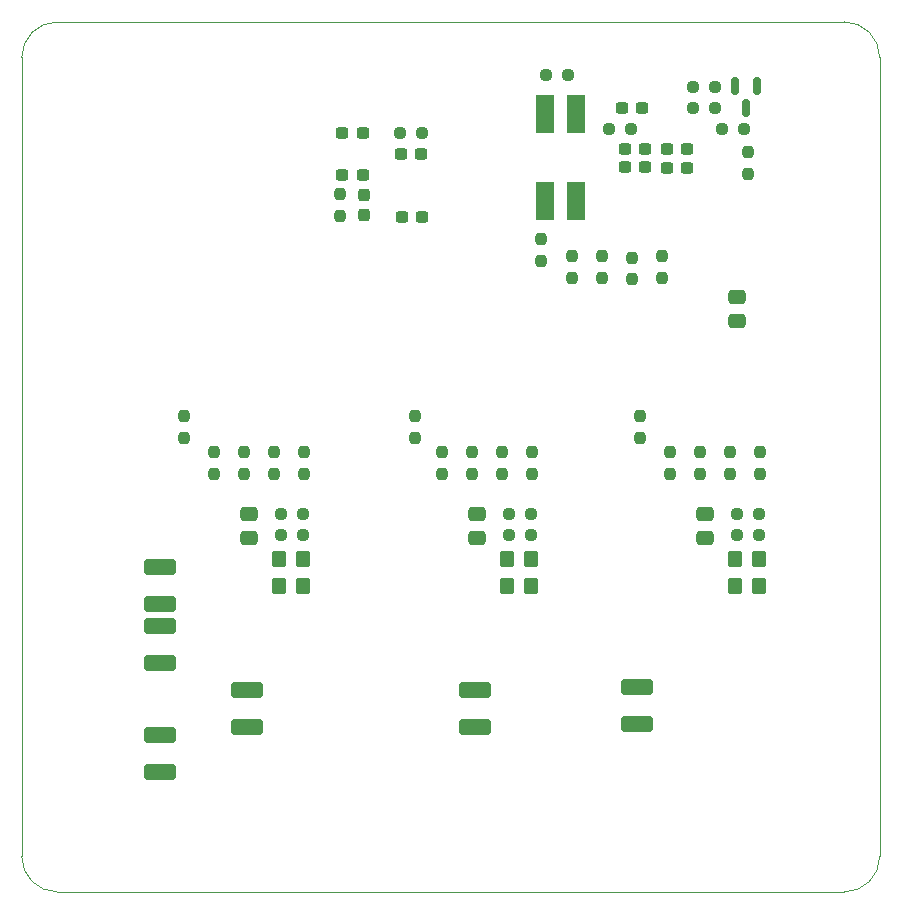
<source format=gbr>
%TF.GenerationSoftware,KiCad,Pcbnew,9.0.0*%
%TF.CreationDate,2025-03-09T14:03:34+01:00*%
%TF.ProjectId,Carte_moteur,43617274-655f-46d6-9f74-6575722e6b69,rev?*%
%TF.SameCoordinates,Original*%
%TF.FileFunction,Paste,Bot*%
%TF.FilePolarity,Positive*%
%FSLAX46Y46*%
G04 Gerber Fmt 4.6, Leading zero omitted, Abs format (unit mm)*
G04 Created by KiCad (PCBNEW 9.0.0) date 2025-03-09 14:03:34*
%MOMM*%
%LPD*%
G01*
G04 APERTURE LIST*
G04 Aperture macros list*
%AMRoundRect*
0 Rectangle with rounded corners*
0 $1 Rounding radius*
0 $2 $3 $4 $5 $6 $7 $8 $9 X,Y pos of 4 corners*
0 Add a 4 corners polygon primitive as box body*
4,1,4,$2,$3,$4,$5,$6,$7,$8,$9,$2,$3,0*
0 Add four circle primitives for the rounded corners*
1,1,$1+$1,$2,$3*
1,1,$1+$1,$4,$5*
1,1,$1+$1,$6,$7*
1,1,$1+$1,$8,$9*
0 Add four rect primitives between the rounded corners*
20,1,$1+$1,$2,$3,$4,$5,0*
20,1,$1+$1,$4,$5,$6,$7,0*
20,1,$1+$1,$6,$7,$8,$9,0*
20,1,$1+$1,$8,$9,$2,$3,0*%
G04 Aperture macros list end*
%ADD10RoundRect,0.250000X1.100000X-0.412500X1.100000X0.412500X-1.100000X0.412500X-1.100000X-0.412500X0*%
%ADD11RoundRect,0.237500X-0.237500X0.250000X-0.237500X-0.250000X0.237500X-0.250000X0.237500X0.250000X0*%
%ADD12RoundRect,0.237500X0.250000X0.237500X-0.250000X0.237500X-0.250000X-0.237500X0.250000X-0.237500X0*%
%ADD13RoundRect,0.250000X-0.350000X-0.450000X0.350000X-0.450000X0.350000X0.450000X-0.350000X0.450000X0*%
%ADD14RoundRect,0.250000X-1.100000X0.412500X-1.100000X-0.412500X1.100000X-0.412500X1.100000X0.412500X0*%
%ADD15RoundRect,0.237500X0.300000X0.237500X-0.300000X0.237500X-0.300000X-0.237500X0.300000X-0.237500X0*%
%ADD16RoundRect,0.250000X-0.475000X0.337500X-0.475000X-0.337500X0.475000X-0.337500X0.475000X0.337500X0*%
%ADD17RoundRect,0.237500X0.237500X-0.250000X0.237500X0.250000X-0.237500X0.250000X-0.237500X-0.250000X0*%
%ADD18RoundRect,0.237500X-0.300000X-0.237500X0.300000X-0.237500X0.300000X0.237500X-0.300000X0.237500X0*%
%ADD19RoundRect,0.250000X0.475000X-0.337500X0.475000X0.337500X-0.475000X0.337500X-0.475000X-0.337500X0*%
%ADD20RoundRect,0.150000X-0.150000X0.587500X-0.150000X-0.587500X0.150000X-0.587500X0.150000X0.587500X0*%
%ADD21RoundRect,0.237500X-0.250000X-0.237500X0.250000X-0.237500X0.250000X0.237500X-0.250000X0.237500X0*%
%ADD22R,1.540000X3.300000*%
%ADD23RoundRect,0.237500X0.237500X-0.300000X0.237500X0.300000X-0.237500X0.300000X-0.237500X-0.300000X0*%
%TA.AperFunction,Profile*%
%ADD24C,0.050000*%
%TD*%
G04 APERTURE END LIST*
D10*
%TO.C,C102*%
X87630000Y-147776000D03*
X87630000Y-144651000D03*
%TD*%
D11*
%TO.C,R302*%
X109220000Y-126849500D03*
X109220000Y-128674500D03*
%TD*%
%TO.C,R202*%
X89662000Y-126849500D03*
X89662000Y-128674500D03*
%TD*%
D12*
%TO.C,R603*%
X137080000Y-102546000D03*
X135255000Y-102546000D03*
%TD*%
D10*
%TO.C,C201*%
X94996000Y-153200500D03*
X94996000Y-150075500D03*
%TD*%
D12*
%TO.C,R307*%
X119026684Y-136907513D03*
X117201684Y-136907513D03*
%TD*%
D13*
%TO.C,R303*%
X117025184Y-141225513D03*
X119025184Y-141225513D03*
%TD*%
D11*
%TO.C,R528*%
X138444500Y-129894409D03*
X138444500Y-131719409D03*
%TD*%
D14*
%TO.C,C101*%
X87630000Y-139661500D03*
X87630000Y-142786500D03*
%TD*%
D11*
%TO.C,R211*%
X97296500Y-129897500D03*
X97296500Y-131722500D03*
%TD*%
D12*
%TO.C,R204*%
X99718500Y-135128000D03*
X97893500Y-135128000D03*
%TD*%
D15*
%TO.C,C605*%
X128497500Y-100768000D03*
X126772500Y-100768000D03*
%TD*%
D16*
%TO.C,C602*%
X136525000Y-116748500D03*
X136525000Y-118823500D03*
%TD*%
D17*
%TO.C,R101*%
X119940000Y-113688500D03*
X119940000Y-111863500D03*
%TD*%
%TO.C,R104*%
X130175000Y-115142500D03*
X130175000Y-113317500D03*
%TD*%
%TO.C,R103*%
X122555000Y-115142500D03*
X122555000Y-113317500D03*
%TD*%
D13*
%TO.C,R203*%
X97717000Y-141224000D03*
X99717000Y-141224000D03*
%TD*%
D17*
%TO.C,R102*%
X125095000Y-115142500D03*
X125095000Y-113317500D03*
%TD*%
D12*
%TO.C,R207*%
X99718500Y-136906000D03*
X97893500Y-136906000D03*
%TD*%
D11*
%TO.C,R524*%
X116604684Y-129899013D03*
X116604684Y-131724013D03*
%TD*%
D18*
%TO.C,C607*%
X127026500Y-105721000D03*
X128751500Y-105721000D03*
%TD*%
D19*
%TO.C,C302*%
X114469184Y-137183013D03*
X114469184Y-135108013D03*
%TD*%
D11*
%TO.C,R527*%
X135904500Y-129894409D03*
X135904500Y-131719409D03*
%TD*%
D17*
%TO.C,R105*%
X127635000Y-115246000D03*
X127635000Y-113421000D03*
%TD*%
D15*
%TO.C,C503*%
X109770500Y-104648000D03*
X108045500Y-104648000D03*
%TD*%
%TO.C,C508*%
X104800500Y-106426000D03*
X103075500Y-106426000D03*
%TD*%
D12*
%TO.C,R612*%
X122197500Y-97974000D03*
X120372500Y-97974000D03*
%TD*%
D15*
%TO.C,C505*%
X109822500Y-109982000D03*
X108097500Y-109982000D03*
%TD*%
D10*
%TO.C,C301*%
X114304184Y-153202013D03*
X114304184Y-150077013D03*
%TD*%
D19*
%TO.C,C402*%
X133769000Y-137178409D03*
X133769000Y-135103409D03*
%TD*%
D13*
%TO.C,R306*%
X117025184Y-138939513D03*
X119025184Y-138939513D03*
%TD*%
D12*
%TO.C,R304*%
X119026684Y-135129513D03*
X117201684Y-135129513D03*
%TD*%
D10*
%TO.C,C104*%
X87630000Y-156972000D03*
X87630000Y-153847000D03*
%TD*%
D20*
%TO.C,Q601*%
X136337000Y-98893000D03*
X138237000Y-98893000D03*
X137287000Y-100768000D03*
%TD*%
D21*
%TO.C,R606*%
X132818500Y-98990000D03*
X134643500Y-98990000D03*
%TD*%
D22*
%TO.C,Y601*%
X120219000Y-108642000D03*
X120219000Y-101242000D03*
X122859000Y-101242000D03*
X122859000Y-108642000D03*
%TD*%
D11*
%TO.C,R526*%
X133364500Y-129894409D03*
X133364500Y-131719409D03*
%TD*%
D12*
%TO.C,R605*%
X134643500Y-100768000D03*
X132818500Y-100768000D03*
%TD*%
D11*
%TO.C,R511*%
X102922000Y-108053500D03*
X102922000Y-109878500D03*
%TD*%
%TO.C,R210*%
X94756500Y-129897500D03*
X94756500Y-131722500D03*
%TD*%
D12*
%TO.C,R609*%
X127531500Y-102546000D03*
X125706500Y-102546000D03*
%TD*%
D11*
%TO.C,R212*%
X99836500Y-129897500D03*
X99836500Y-131722500D03*
%TD*%
%TO.C,R301*%
X111524684Y-129899013D03*
X111524684Y-131724013D03*
%TD*%
D13*
%TO.C,R406*%
X136325000Y-138934909D03*
X138325000Y-138934909D03*
%TD*%
D19*
%TO.C,C202*%
X95161000Y-137181500D03*
X95161000Y-135106500D03*
%TD*%
D18*
%TO.C,C603*%
X127026500Y-104197000D03*
X128751500Y-104197000D03*
%TD*%
D11*
%TO.C,R523*%
X114064684Y-129899013D03*
X114064684Y-131724013D03*
%TD*%
D15*
%TO.C,C604*%
X132307500Y-104197000D03*
X130582500Y-104197000D03*
%TD*%
D21*
%TO.C,R510*%
X107995500Y-102870000D03*
X109820500Y-102870000D03*
%TD*%
D15*
%TO.C,C606*%
X132307500Y-105848000D03*
X130582500Y-105848000D03*
%TD*%
D18*
%TO.C,C506*%
X103075500Y-102870000D03*
X104800500Y-102870000D03*
%TD*%
D11*
%TO.C,R402*%
X128270000Y-126849500D03*
X128270000Y-128674500D03*
%TD*%
D12*
%TO.C,R407*%
X138326500Y-136902909D03*
X136501500Y-136902909D03*
%TD*%
D10*
%TO.C,C401*%
X128016000Y-152946500D03*
X128016000Y-149821500D03*
%TD*%
D12*
%TO.C,R404*%
X138326500Y-135124909D03*
X136501500Y-135124909D03*
%TD*%
D11*
%TO.C,R401*%
X130824500Y-129894409D03*
X130824500Y-131719409D03*
%TD*%
D13*
%TO.C,R206*%
X97717000Y-138938000D03*
X99717000Y-138938000D03*
%TD*%
D23*
%TO.C,C504*%
X104954000Y-109828500D03*
X104954000Y-108103500D03*
%TD*%
D11*
%TO.C,R201*%
X92216500Y-129897500D03*
X92216500Y-131722500D03*
%TD*%
D17*
%TO.C,R604*%
X137414000Y-106322500D03*
X137414000Y-104497500D03*
%TD*%
D11*
%TO.C,R525*%
X119144684Y-129899013D03*
X119144684Y-131724013D03*
%TD*%
D13*
%TO.C,R403*%
X136325000Y-141220909D03*
X138325000Y-141220909D03*
%TD*%
D24*
X148590000Y-164132000D02*
G75*
G02*
X145590000Y-167132000I-3000000J0D01*
G01*
X145590000Y-93472000D02*
G75*
G02*
X148590000Y-96472000I0J-3000000D01*
G01*
X78946000Y-167132000D02*
G75*
G02*
X75946000Y-164132000I0J3000000D01*
G01*
X75946000Y-96472000D02*
G75*
G02*
X78946000Y-93472000I3000000J0D01*
G01*
X145590000Y-167132000D02*
X78946000Y-167132000D01*
X148590000Y-96472000D02*
X148590000Y-164132000D01*
X78946000Y-93472000D02*
X145590000Y-93472000D01*
X75946000Y-164132000D02*
X75946000Y-96472000D01*
M02*

</source>
